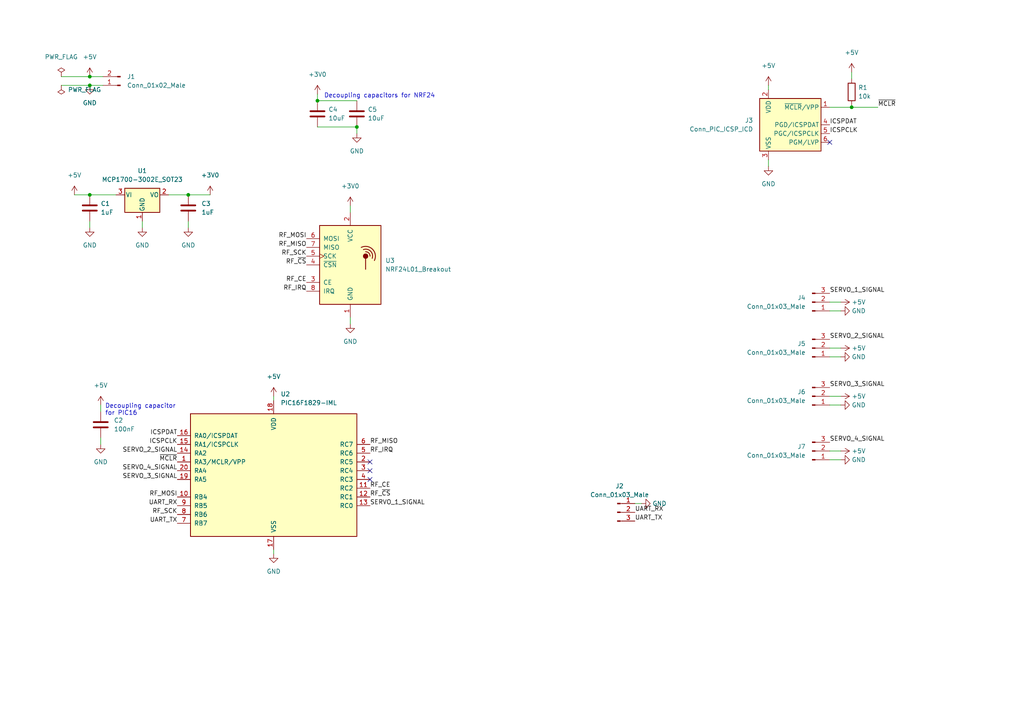
<source format=kicad_sch>
(kicad_sch (version 20211123) (generator eeschema)
  (paper "A4")
  (lib_symbols
    (symbol "Connector:Conn_01x02_Male" (pin_names (offset 1.016) hide)
      (property "Reference" "J" (at 0 2.54 0))
      (property "Value" "Conn_01x02_Male" (at 0 -5.08 0))
      (symbol "Conn_01x02_Male_1_1"
        (polyline (pts (xy 1.27 -2.54) (xy 0.8636 -2.54)) (stroke (width 0.1524)))
        (polyline (pts (xy 1.27 0) (xy 0.8636 0)) (stroke (width 0.1524)))
        (rectangle (start 0.8636 -2.413) (end 0 -2.667) (stroke (width 0.1524)) (fill (type outline)))
        (rectangle (start 0.8636 0.127) (end 0 -0.127) (stroke (width 0.1524)) (fill (type outline)))
        (pin passive line (at 5.08 0 180) (length 3.81) (name "Pin_1") (number "1"))
        (pin passive line (at 5.08 -2.54 180) (length 3.81) (name "Pin_2") (number "2"))
      )
    )
    (symbol "Connector:Conn_01x03_Male" (pin_names (offset 1.016) hide)
      (property "Reference" "J" (at 0 5.08 0))
      (property "Value" "Conn_01x03_Male" (at 0 -5.08 0))
      (symbol "Conn_01x03_Male_1_1"
        (polyline (pts (xy 1.27 -2.54) (xy 0.8636 -2.54)) (stroke (width 0.1524)))
        (polyline (pts (xy 1.27 0) (xy 0.8636 0)) (stroke (width 0.1524)))
        (polyline (pts (xy 1.27 2.54) (xy 0.8636 2.54)) (stroke (width 0.1524)))
        (rectangle (start 0.8636 -2.413) (end 0 -2.667) (stroke (width 0.1524)) (fill (type outline)))
        (rectangle (start 0.8636 0.127) (end 0 -0.127) (stroke (width 0.1524)) (fill (type outline)))
        (rectangle (start 0.8636 2.667) (end 0 2.413) (stroke (width 0.1524)) (fill (type outline)))
        (pin passive line (at 5.08 2.54 180) (length 3.81) (name "Pin_1") (number "1"))
        (pin passive line (at 5.08 0 180) (length 3.81) (name "Pin_2") (number "2"))
        (pin passive line (at 5.08 -2.54 180) (length 3.81) (name "Pin_3") (number "3"))
      )
    )
    (symbol "Connector:Conn_PIC_ICSP_ICD"
      (property "Reference" "J" (at 6.35 8.89 0))
      (property "Value" "Conn_PIC_ICSP_ICD" (at -8.89 -1.27 90))
      (symbol "Conn_PIC_ICSP_ICD_0_1"
        (rectangle (start -7.62 7.62) (end 10.16 -7.62) (stroke (width 0.254)) (fill (type background)))
      )
      (symbol "Conn_PIC_ICSP_ICD_1_1"
        (pin passive line (at 12.7 5.08 180) (length 2.54) (name "~{MCLR}/VPP") (number "1"))
        (pin passive line (at -5.08 10.16 270) (length 2.54) (name "VDD") (number "2"))
        (pin power_in line (at -5.08 -10.16 90) (length 2.54) (name "VSS") (number "3"))
        (pin bidirectional line (at 12.7 0 180) (length 2.54) (name "PGD/ICSPDAT") (number "4"))
        (pin output line (at 12.7 -2.54 180) (length 2.54) (name "PGC/ICSPCLK") (number "5"))
        (pin output line (at 12.7 -5.08 180) (length 2.54) (name "PGM/LVP") (number "6"))
      )
    )
    (symbol "Device:C" (pin_numbers hide) (pin_names (offset 0.254))
      (property "Reference" "C" (at 0.635 2.54 0))
      (property "Value" "C" (at 0.635 -2.54 0))
      (symbol "C_0_1"
        (polyline (pts (xy -2.032 -0.762) (xy 2.032 -0.762)) (stroke (width 0.508)))
        (polyline (pts (xy -2.032 0.762) (xy 2.032 0.762)) (stroke (width 0.508)))
      )
      (symbol "C_1_1"
        (pin passive line (at 0 3.81 270) (length 2.794) (name "~") (number "1"))
        (pin passive line (at 0 -3.81 90) (length 2.794) (name "~") (number "2"))
      )
    )
    (symbol "Device:R" (pin_numbers hide) (pin_names (offset 0))
      (property "Reference" "R" (at 2.032 0 90))
      (property "Value" "R" (at 0 0 90))
      (symbol "R_0_1"
        (rectangle (start -1.016 -2.54) (end 1.016 2.54) (stroke (width 0.254)))
      )
      (symbol "R_1_1"
        (pin passive line (at 0 3.81 270) (length 1.27) (name "~") (number "1"))
        (pin passive line (at 0 -3.81 90) (length 1.27) (name "~") (number "2"))
      )
    )
    (symbol "MCU_Microchip_PIC16:PIC16F1829-IML" (pin_names (offset 1.016))
      (property "Reference" "U" (at -24.13 22.86 0))
      (property "Value" "PIC16F1829-IML" (at -24.13 20.32 0))
      (symbol "PIC16F1829-IML_0_1"
        (rectangle (start -24.13 19.05) (end 24.13 -16.51) (stroke (width 0.254)) (fill (type background)))
      )
      (symbol "PIC16F1829-IML_1_1"
        (pin bidirectional line (at -27.94 5.08 0) (length 3.81) (name "RA3/MCLR/VPP") (number "1"))
        (pin bidirectional line (at -27.94 -5.08 0) (length 3.81) (name "RB4") (number "10"))
        (pin bidirectional line (at 27.94 -2.54 180) (length 3.81) (name "RC2") (number "11"))
        (pin bidirectional line (at 27.94 -5.08 180) (length 3.81) (name "RC1") (number "12"))
        (pin bidirectional line (at 27.94 -7.62 180) (length 3.81) (name "RC0") (number "13"))
        (pin bidirectional line (at -27.94 7.62 0) (length 3.81) (name "RA2") (number "14"))
        (pin bidirectional line (at -27.94 10.16 0) (length 3.81) (name "RA1/ICSPCLK") (number "15"))
        (pin bidirectional line (at -27.94 12.7 0) (length 3.81) (name "RA0/ICSPDAT") (number "16"))
        (pin power_in line (at 0 -20.32 90) (length 3.81) (name "VSS") (number "17"))
        (pin power_in line (at 0 22.86 270) (length 3.81) (name "VDD") (number "18"))
        (pin bidirectional line (at -27.94 0 0) (length 3.81) (name "RA5") (number "19"))
        (pin bidirectional line (at 27.94 5.08 180) (length 3.81) (name "RC5") (number "2"))
        (pin bidirectional line (at -27.94 2.54 0) (length 3.81) (name "RA4") (number "20"))
        (pin bidirectional line (at 27.94 2.54 180) (length 3.81) (name "RC4") (number "3"))
        (pin bidirectional line (at 27.94 0 180) (length 3.81) (name "RC3") (number "4"))
        (pin bidirectional line (at 27.94 7.62 180) (length 3.81) (name "RC6") (number "5"))
        (pin bidirectional line (at 27.94 10.16 180) (length 3.81) (name "RC7") (number "6"))
        (pin bidirectional line (at -27.94 -12.7 0) (length 3.81) (name "RB7") (number "7"))
        (pin bidirectional line (at -27.94 -10.16 0) (length 3.81) (name "RB6") (number "8"))
        (pin bidirectional line (at -27.94 -7.62 0) (length 3.81) (name "RB5") (number "9"))
      )
    )
    (symbol "RF:NRF24L01_Breakout" (pin_names (offset 1.016))
      (property "Reference" "U" (at -8.89 12.7 0))
      (property "Value" "NRF24L01_Breakout" (at 3.81 12.7 0))
      (symbol "NRF24L01_Breakout_0_1"
        (rectangle (start -8.89 11.43) (end 8.89 -11.43) (stroke (width 0.254)) (fill (type background)))
        (polyline (pts (xy 4.445 1.905) (xy 4.445 -1.27)) (stroke (width 0.254)))
        (circle (center 4.445 2.54) (radius 0.635) (stroke (width 0.254)) (fill (type outline)))
        (arc (start 5.715 2.54) (mid 5.3559 3.4509) (end 4.445 3.81) (stroke (width 0.254)))
        (arc (start 6.35 1.905) (mid 5.8833 3.9783) (end 3.81 4.445) (stroke (width 0.254)))
        (arc (start 6.985 1.27) (mid 6.453 4.548) (end 3.175 5.08) (stroke (width 0.254)))
      )
      (symbol "NRF24L01_Breakout_1_1"
        (pin power_in line (at 0 -15.24 90) (length 3.81) (name "GND") (number "1"))
        (pin power_in line (at 0 15.24 270) (length 3.81) (name "VCC") (number "2"))
        (pin input line (at -12.7 -5.08 0) (length 3.81) (name "CE") (number "3"))
        (pin input line (at -12.7 0 0) (length 3.81) (name "~{CSN}") (number "4"))
        (pin input clock (at -12.7 2.54 0) (length 3.81) (name "SCK") (number "5"))
        (pin input line (at -12.7 7.62 0) (length 3.81) (name "MOSI") (number "6"))
        (pin output line (at -12.7 5.08 0) (length 3.81) (name "MISO") (number "7"))
        (pin output line (at -12.7 -7.62 0) (length 3.81) (name "IRQ") (number "8"))
      )
    )
    (symbol "Regulator_Linear:MCP1700-3002E_SOT23" (pin_names (offset 0.254))
      (property "Reference" "U" (at -3.81 3.175 0))
      (property "Value" "MCP1700-3002E_SOT23" (at 0 3.175 0))
      (symbol "MCP1700-3002E_SOT23_0_1"
        (rectangle (start -5.08 1.905) (end 5.08 -5.08) (stroke (width 0.254)) (fill (type background)))
      )
      (symbol "MCP1700-3002E_SOT23_1_1"
        (pin power_in line (at 0 -7.62 90) (length 2.54) (name "GND") (number "1"))
        (pin power_out line (at 7.62 0 180) (length 2.54) (name "VO") (number "2"))
        (pin power_in line (at -7.62 0 0) (length 2.54) (name "VI") (number "3"))
      )
    )
    (symbol "power:+3V0" (power) (pin_names (offset 0))
      (property "Value" "+3V0" (at 0 3.556 0))
      (symbol "+3V0_0_1"
        (polyline (pts (xy -0.762 1.27) (xy 0 2.54)))
        (polyline (pts (xy 0 0) (xy 0 2.54)))
        (polyline (pts (xy 0 2.54) (xy 0.762 1.27)))
      )
      (symbol "+3V0_1_1"
        (pin power_in line (at 0 0 90) (length 0) hide (name "+3V0") (number "1"))
      )
    )
    (symbol "power:+5V" (power) (pin_names (offset 0))
      (property "Value" "+5V" (at 0 3.556 0))
      (symbol "+5V_0_1"
        (polyline (pts (xy -0.762 1.27) (xy 0 2.54)))
        (polyline (pts (xy 0 0) (xy 0 2.54)))
        (polyline (pts (xy 0 2.54) (xy 0.762 1.27)))
      )
      (symbol "+5V_1_1"
        (pin power_in line (at 0 0 90) (length 0) hide (name "+5V") (number "1"))
      )
    )
    (symbol "power:GND" (power) (pin_names (offset 0))
      (property "Value" "GND" (at 0 -3.81 0))
      (symbol "GND_0_1"
        (polyline (pts (xy 0 0) (xy 0 -1.27) (xy 1.27 -1.27) (xy 0 -2.54) (xy -1.27 -1.27) (xy 0 -1.27)))
      )
      (symbol "GND_1_1"
        (pin power_in line (at 0 0 270) (length 0) hide (name "GND") (number "1"))
      )
    )
    (symbol "power:PWR_FLAG" (power) (pin_numbers hide) (pin_names (offset 0) hide)
      (property "Value" "PWR_FLAG" (at 0 3.81 0))
      (symbol "PWR_FLAG_0_0"
        (pin power_out line (at 0 0 90) (length 0) (name "pwr") (number "1"))
      )
      (symbol "PWR_FLAG_0_1"
        (polyline (pts (xy 0 0) (xy 0 1.27) (xy -1.016 1.905) (xy 0 2.54) (xy 1.016 1.905) (xy 0 1.27)))
      )
    )
  )
  (junction (at 103.505 36.83))
  (junction (at 247.015 31.115))
  (junction (at 92.075 29.21))
  (junction (at 26.035 56.515))
  (junction (at 26.035 24.765))
  (junction (at 54.61 56.515))
  (junction (at 26.035 22.225))
  (no_connect (at 240.665 41.275))
  (no_connect (at 107.315 133.985))
  (no_connect (at 107.315 136.525))
  (no_connect (at 107.315 139.065))
  (wire (pts (xy 17.78 22.225) (xy 26.035 22.225)))
  (wire (pts (xy 240.665 114.935) (xy 243.84 114.935)))
  (wire (pts (xy 48.895 56.515) (xy 54.61 56.515)))
  (wire (pts (xy 26.035 22.225) (xy 29.845 22.225)))
  (wire (pts (xy 240.665 103.505) (xy 243.84 103.505)))
  (wire (pts (xy 92.075 36.83) (xy 103.505 36.83)))
  (wire (pts (xy 240.665 117.475) (xy 243.84 117.475)))
  (wire (pts (xy 29.21 117.475) (xy 29.21 119.38)))
  (wire (pts (xy 26.035 24.765) (xy 29.845 24.765)))
  (wire (pts (xy 103.505 36.83) (xy 103.505 38.735)))
  (wire (pts (xy 101.6 92.075) (xy 101.6 93.98)))
  (wire (pts (xy 240.665 133.35) (xy 243.84 133.35)))
  (wire (pts (xy 240.665 90.17) (xy 243.84 90.17)))
  (wire (pts (xy 79.375 159.385) (xy 79.375 160.655)))
  (wire (pts (xy 21.59 56.515) (xy 26.035 56.515)))
  (wire (pts (xy 222.885 46.355) (xy 222.885 48.26)))
  (wire (pts (xy 247.015 31.115) (xy 240.665 31.115)))
  (wire (pts (xy 240.665 87.63) (xy 243.84 87.63)))
  (wire (pts (xy 54.61 56.515) (xy 60.96 56.515)))
  (wire (pts (xy 240.665 130.81) (xy 243.84 130.81)))
  (wire (pts (xy 29.21 127) (xy 29.21 128.905)))
  (wire (pts (xy 247.015 20.955) (xy 247.015 22.86)))
  (wire (pts (xy 254.635 31.115) (xy 247.015 31.115)))
  (wire (pts (xy 222.885 24.765) (xy 222.885 26.035)))
  (wire (pts (xy 41.275 64.135) (xy 41.275 66.04)))
  (wire (pts (xy 79.375 114.935) (xy 79.375 116.205)))
  (wire (pts (xy 101.6 59.69) (xy 101.6 61.595)))
  (wire (pts (xy 92.075 29.21) (xy 103.505 29.21)))
  (wire (pts (xy 184.15 146.05) (xy 186.055 146.05)))
  (wire (pts (xy 92.075 27.305) (xy 92.075 29.21)))
  (wire (pts (xy 54.61 64.135) (xy 54.61 66.04)))
  (wire (pts (xy 240.665 100.965) (xy 243.84 100.965)))
  (wire (pts (xy 26.035 64.135) (xy 26.035 66.04)))
  (wire (pts (xy 17.78 24.765) (xy 26.035 24.765)))
  (wire (pts (xy 26.035 56.515) (xy 33.655 56.515)))
  (wire (pts (xy 247.015 30.48) (xy 247.015 31.115)))
  (text "Decoupling capacitor\nfor PIC16" (at 30.48 120.65 0) (effects (font (size 1.27 1.27)) (justify left bottom)))
  (text "Decoupling capacitors for NRF24" (at 93.98 28.575 0) (effects (font (size 1.27 1.27)) (justify left bottom)))
  (label "SERVO_4_SIGNAL" (at 51.435 136.525 180))
  (label "UART_TX" (at 51.435 151.765 180))
  (label "UART_TX" (at 184.15 151.13 0))
  (label "ICSPDAT" (at 240.665 36.195 0))
  (label "RF_IRQ" (at 88.9 84.455 180))
  (label "ICSPDAT" (at 51.435 126.365 180))
  (label "SERVO_4_SIGNAL" (at 240.665 128.27 0))
  (label "RF_~{CS}" (at 107.315 144.145 0))
  (label "RF_SCK" (at 51.435 149.225 180))
  (label "UART_RX" (at 184.15 148.59 0))
  (label "RF_MOSI" (at 88.9 69.215 180))
  (label "ICSPCLK" (at 240.665 38.735 0))
  (label "RF_CE" (at 107.315 141.605 0))
  (label "SERVO_1_SIGNAL" (at 107.315 146.685 0))
  (label "UART_RX" (at 51.435 146.685 180))
  (label "RF_MOSI" (at 51.435 144.145 180))
  (label "SERVO_2_SIGNAL" (at 240.665 98.425 0))
  (label "SERVO_3_SIGNAL" (at 240.665 112.395 0))
  (label "SERVO_1_SIGNAL" (at 240.665 85.09 0))
  (label "RF_IRQ" (at 107.315 131.445 0))
  (label "~{MCLR}" (at 51.435 133.985 180))
  (label "RF_CE" (at 88.9 81.915 180))
  (label "ICSPCLK" (at 51.435 128.905 180))
  (label "SERVO_3_SIGNAL" (at 51.435 139.065 180))
  (label "RF_~{CS}" (at 88.9 76.835 180))
  (label "RF_SCK" (at 88.9 74.295 180))
  (label "RF_MISO" (at 107.315 128.905 0))
  (label "RF_MISO" (at 88.9 71.755 180))
  (label "~{MCLR}" (at 254.635 31.115 0))
  (label "SERVO_2_SIGNAL" (at 51.435 131.445 180))
  (symbol (lib_id "power:PWR_FLAG") (at 17.78 22.225 0) (unit 1)
    (property "Reference" "#FLG0101" (effects hide))
    (property "Value" "PWR_FLAG" (at 17.78 16.51 0))
  )
  (symbol (lib_id "power:GND") (at 54.61 66.04 0) (unit 1)
    (property "Reference" "#PWR08" (effects hide))
    (property "Value" "GND" (at 54.61 71.12 0))
  )
  (symbol (lib_id "power:+5V") (at 21.59 56.515 0) (unit 1)
    (property "Reference" "#PWR01" (effects hide))
    (property "Value" "+5V" (at 21.59 50.8 0))
  )
  (symbol (lib_id "power:GND") (at 29.21 128.905 0) (unit 1)
    (property "Reference" "#PWR06" (effects hide))
    (property "Value" "GND" (at 29.21 133.985 0))
  )
  (symbol (lib_id "power:+3V0") (at 101.6 59.69 0) (unit 1)
    (property "Reference" "#PWR013" (effects hide))
    (property "Value" "+3V0" (at 101.6 53.975 0))
  )
  (symbol (lib_id "power:+5V") (at 79.375 114.935 0) (unit 1)
    (property "Reference" "#PWR010" (effects hide))
    (property "Value" "+5V" (at 79.375 109.22 0))
  )
  (symbol (lib_id "power:+5V") (at 247.015 20.955 0) (unit 1)
    (property "Reference" "#PWR027" (effects hide))
    (property "Value" "+5V" (at 247.015 15.24 0))
  )
  (symbol (lib_id "power:GND") (at 222.885 48.26 0) (unit 1)
    (property "Reference" "#PWR018" (effects hide))
    (property "Value" "GND" (at 222.885 53.34 0))
  )
  (symbol (lib_id "power:+3V0") (at 60.96 56.515 0) (unit 1)
    (property "Reference" "#PWR09" (effects hide))
    (property "Value" "+3V0" (at 60.96 50.8 0))
  )
  (symbol (lib_id "RF:NRF24L01_Breakout") (at 101.6 76.835 0) (unit 1)
    (property "Reference" "U3" (at 111.76 75.5649 0) (effects (justify left)))
    (property "Value" "NRF24L01_Breakout" (at 111.76 78.1049 0) (effects (justify left)))
    (property "Footprint" "RF_Module:nRF24L01_Breakout" (effects hide))
    (property "Datasheet" "http://www.nordicsemi.com/eng/content/download/2730/34105/file/nRF24L01_Product_Specification_v2_0.pdf" (effects hide))
  )
  (symbol (lib_id "power:+5V") (at 222.885 24.765 0) (unit 1)
    (property "Reference" "#PWR017" (effects hide))
    (property "Value" "+5V" (at 222.885 19.05 0))
  )
  (symbol (lib_id "Device:R") (at 247.015 26.67 0) (unit 1)
    (property "Reference" "R1" (at 248.92 25.3999 0) (effects (justify left)))
    (property "Value" "10k" (at 248.92 27.9399 0) (effects (justify left)))
    (property "Footprint" "Resistor_SMD:R_0402_1005Metric" (effects hide))
  )
  (symbol (lib_id "power:GND") (at 103.505 38.735 0) (unit 1)
    (property "Reference" "#PWR015" (effects hide))
    (property "Value" "GND" (at 103.505 43.815 0))
  )
  (symbol (lib_id "Connector:Conn_01x03_Male") (at 235.585 100.965 0) (mirror x) (unit 1)
    (property "Reference" "J5" (at 233.68 99.6949 0) (effects (justify right)))
    (property "Value" "Conn_01x03_Male" (at 233.68 102.2349 0) (effects (justify right)))
    (property "Footprint" "Connector_PinSocket_2.54mm:PinSocket_1x03_P2.54mm_Vertical" (effects hide))
  )
  (symbol (lib_id "power:GND") (at 186.055 146.05 90) (unit 1)
    (property "Reference" "#PWR016" (effects hide))
    (property "Value" "GND" (at 189.23 146.0499 90) (effects (justify right)))
  )
  (symbol (lib_id "power:GND") (at 243.84 90.17 90) (unit 1)
    (property "Reference" "#PWR020" (effects hide))
    (property "Value" "GND" (at 247.015 90.1699 90) (effects (justify right)))
  )
  (symbol (lib_id "Connector:Conn_01x03_Male") (at 179.07 148.59 0) (unit 1)
    (property "Reference" "J2" (at 179.705 140.97 0))
    (property "Value" "Conn_01x03_Male" (at 179.705 143.51 0))
    (property "Footprint" "Connector_PinSocket_2.54mm:PinSocket_1x03_P2.54mm_Vertical" (effects hide))
  )
  (symbol (lib_id "Connector:Conn_PIC_ICSP_ICD") (at 227.965 36.195 0) (unit 1)
    (property "Reference" "J3" (at 218.44 34.9249 0) (effects (justify right)))
    (property "Value" "Conn_PIC_ICSP_ICD" (at 218.44 37.4649 0) (effects (justify right)))
    (property "Footprint" "Connector_PinSocket_2.54mm:PinSocket_1x06_P2.54mm_Vertical" (effects hide))
    (property "Datasheet" "http://ww1.microchip.com/downloads/en/devicedoc/30277d.pdf" (effects hide))
  )
  (symbol (lib_id "power:+5V") (at 243.84 87.63 270) (unit 1)
    (property "Reference" "#PWR019" (effects hide))
    (property "Value" "+5V" (at 247.015 87.6299 90) (effects (justify left)))
  )
  (symbol (lib_id "power:+5V") (at 243.84 100.965 270) (unit 1)
    (property "Reference" "#PWR021" (effects hide))
    (property "Value" "+5V" (at 247.015 100.9649 90) (effects (justify left)))
  )
  (symbol (lib_id "power:GND") (at 243.84 117.475 90) (unit 1)
    (property "Reference" "#PWR024" (effects hide))
    (property "Value" "GND" (at 247.015 117.4749 90) (effects (justify right)))
  )
  (symbol (lib_id "power:GND") (at 79.375 160.655 0) (unit 1)
    (property "Reference" "#PWR011" (effects hide))
    (property "Value" "GND" (at 79.375 165.735 0))
  )
  (symbol (lib_id "Device:C") (at 54.61 60.325 0) (unit 1)
    (property "Reference" "C3" (at 58.42 59.0549 0) (effects (justify left)))
    (property "Value" "1uF" (at 58.42 61.5949 0) (effects (justify left)))
    (property "Footprint" "Capacitor_SMD:C_0402_1005Metric" (effects hide))
  )
  (symbol (lib_id "Device:C") (at 26.035 60.325 0) (unit 1)
    (property "Reference" "C1" (at 29.21 59.0549 0) (effects (justify left)))
    (property "Value" "1uF" (at 29.21 61.5949 0) (effects (justify left)))
    (property "Footprint" "Capacitor_SMD:C_0402_1005Metric" (effects hide))
  )
  (symbol (lib_id "power:+5V") (at 243.84 130.81 270) (unit 1)
    (property "Reference" "#PWR025" (effects hide))
    (property "Value" "+5V" (at 247.015 130.8099 90) (effects (justify left)))
  )
  (symbol (lib_id "Connector:Conn_01x03_Male") (at 235.585 87.63 0) (mirror x) (unit 1)
    (property "Reference" "J4" (at 233.68 86.3599 0) (effects (justify right)))
    (property "Value" "Conn_01x03_Male" (at 233.68 88.8999 0) (effects (justify right)))
    (property "Footprint" "Connector_PinSocket_2.54mm:PinSocket_1x03_P2.54mm_Vertical" (effects hide))
  )
  (symbol (lib_id "Connector:Conn_01x03_Male") (at 235.585 130.81 0) (mirror x) (unit 1)
    (property "Reference" "J7" (at 233.68 129.5399 0) (effects (justify right)))
    (property "Value" "Conn_01x03_Male" (at 233.68 132.0799 0) (effects (justify right)))
    (property "Footprint" "Connector_PinSocket_2.54mm:PinSocket_1x03_P2.54mm_Vertical" (effects hide))
  )
  (symbol (lib_id "power:PWR_FLAG") (at 17.78 24.765 180) (unit 1)
    (property "Reference" "#FLG0102" (effects hide))
    (property "Value" "PWR_FLAG" (at 19.685 26.0349 0) (effects (justify right)))
  )
  (symbol (lib_id "Regulator_Linear:MCP1700-3002E_SOT23") (at 41.275 56.515 0) (unit 1)
    (property "Reference" "U1" (at 41.275 49.53 0))
    (property "Value" "MCP1700-3002E_SOT23" (at 41.275 52.07 0))
    (property "Footprint" "Package_TO_SOT_SMD:SOT-23" (effects hide))
    (property "Datasheet" "http://ww1.microchip.com/downloads/en/DeviceDoc/20001826D.pdf" (effects hide))
  )
  (symbol (lib_id "power:GND") (at 243.84 133.35 90) (unit 1)
    (property "Reference" "#PWR026" (effects hide))
    (property "Value" "GND" (at 247.015 133.3499 90) (effects (justify right)))
  )
  (symbol (lib_id "power:GND") (at 41.275 66.04 0) (unit 1)
    (property "Reference" "#PWR07" (effects hide))
    (property "Value" "GND" (at 41.275 71.12 0))
  )
  (symbol (lib_id "Connector:Conn_01x02_Male") (at 34.925 24.765 180) (unit 1)
    (property "Reference" "J1" (at 36.83 22.2249 0) (effects (justify right)))
    (property "Value" "Conn_01x02_Male" (at 36.83 24.7649 0) (effects (justify right)))
  )
  (symbol (lib_id "MCU_Microchip_PIC16:PIC16F1829-IML") (at 79.375 139.065 0) (unit 1)
    (property "Reference" "U2" (at 81.3944 114.3 0) (effects (justify left)))
    (property "Value" "PIC16F1829-IML" (at 81.3944 116.84 0) (effects (justify left)))
    (property "Footprint" "Package_DFN_QFN:QFN-20-1EP_4x4mm_P0.5mm_EP2.5x2.5mm" (effects hide))
    (property "Datasheet" "http://ww1.microchip.com/downloads/en/DeviceDoc/41440C.pdf" (effects hide))
  )
  (symbol (lib_id "power:GND") (at 26.035 24.765 0) (unit 1)
    (property "Reference" "#PWR03" (effects hide))
    (property "Value" "GND" (at 26.035 29.845 0))
  )
  (symbol (lib_id "power:GND") (at 101.6 93.98 0) (unit 1)
    (property "Reference" "#PWR014" (effects hide))
    (property "Value" "GND" (at 101.6 99.06 0))
  )
  (symbol (lib_id "power:+5V") (at 243.84 114.935 270) (unit 1)
    (property "Reference" "#PWR023" (effects hide))
    (property "Value" "+5V" (at 247.015 114.9349 90) (effects (justify left)))
  )
  (symbol (lib_id "Device:C") (at 29.21 123.19 0) (unit 1)
    (property "Reference" "C2" (at 33.02 121.9199 0) (effects (justify left)))
    (property "Value" "100nF" (at 33.02 124.4599 0) (effects (justify left)))
    (property "Footprint" "Capacitor_SMD:C_0402_1005Metric" (effects hide))
  )
  (symbol (lib_id "Device:C") (at 103.505 33.02 0) (unit 1)
    (property "Reference" "C5" (at 106.68 31.7499 0) (effects (justify left)))
    (property "Value" "10uF" (at 106.68 34.2899 0) (effects (justify left)))
    (property "Footprint" "Capacitor_SMD:C_0603_1608Metric" (effects hide))
  )
  (symbol (lib_id "power:+5V") (at 29.21 117.475 0) (unit 1)
    (property "Reference" "#PWR05" (effects hide))
    (property "Value" "+5V" (at 29.21 111.76 0))
  )
  (symbol (lib_id "power:+3V0") (at 92.075 27.305 0) (unit 1)
    (property "Reference" "#PWR012" (effects hide))
    (property "Value" "+3V0" (at 92.075 21.59 0))
  )
  (symbol (lib_id "Connector:Conn_01x03_Male") (at 235.585 114.935 0) (mirror x) (unit 1)
    (property "Reference" "J6" (at 233.68 113.6649 0) (effects (justify right)))
    (property "Value" "Conn_01x03_Male" (at 233.68 116.2049 0) (effects (justify right)))
    (property "Footprint" "Connector_PinSocket_2.54mm:PinSocket_1x03_P2.54mm_Vertical" (effects hide))
  )
  (symbol (lib_id "Device:C") (at 92.075 33.02 0) (unit 1)
    (property "Reference" "C4" (at 95.25 31.7499 0) (effects (justify left)))
    (property "Value" "10uF" (at 95.25 34.2899 0) (effects (justify left)))
    (property "Footprint" "Capacitor_SMD:C_0603_1608Metric" (effects hide))
  )
  (symbol (lib_id "power:+5V") (at 26.035 22.225 0) (unit 1)
    (property "Reference" "#PWR02" (effects hide))
    (property "Value" "+5V" (at 26.035 16.51 0))
  )
  (symbol (lib_id "power:GND") (at 26.035 66.04 0) (unit 1)
    (property "Reference" "#PWR04" (effects hide))
    (property "Value" "GND" (at 26.035 71.12 0))
  )
  (symbol (lib_id "power:GND") (at 243.84 103.505 90) (unit 1)
    (property "Reference" "#PWR022" (effects hide))
    (property "Value" "GND" (at 247.015 103.5049 90) (effects (justify right)))
  )
)
</source>
